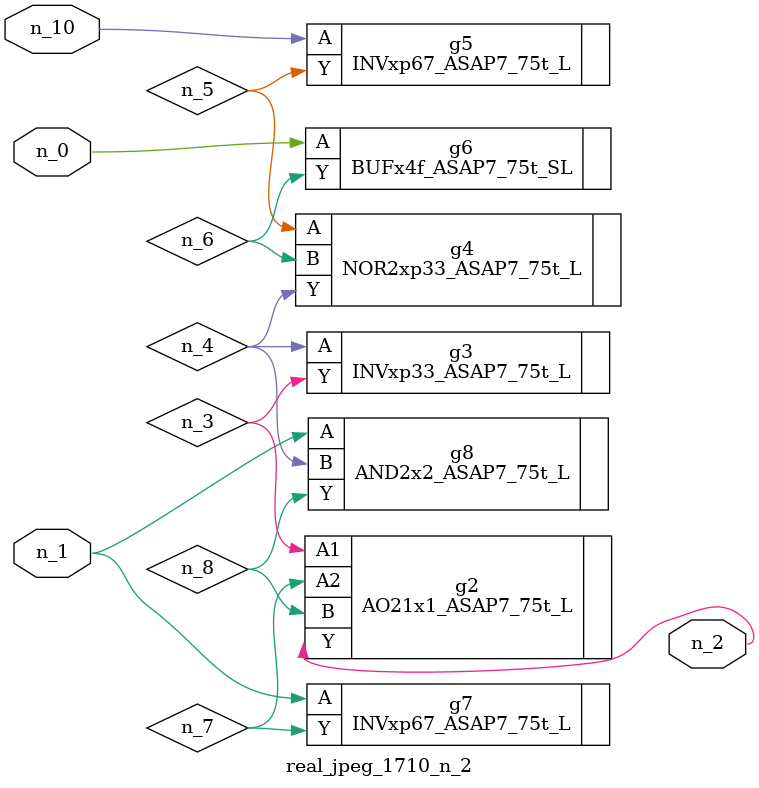
<source format=v>
module real_jpeg_1710_n_2 (n_1, n_10, n_0, n_2);

input n_1;
input n_10;
input n_0;

output n_2;

wire n_5;
wire n_4;
wire n_8;
wire n_6;
wire n_7;
wire n_3;

BUFx4f_ASAP7_75t_SL g6 ( 
.A(n_0),
.Y(n_6)
);

INVxp67_ASAP7_75t_L g7 ( 
.A(n_1),
.Y(n_7)
);

AND2x2_ASAP7_75t_L g8 ( 
.A(n_1),
.B(n_4),
.Y(n_8)
);

AO21x1_ASAP7_75t_L g2 ( 
.A1(n_3),
.A2(n_7),
.B(n_8),
.Y(n_2)
);

INVxp33_ASAP7_75t_L g3 ( 
.A(n_4),
.Y(n_3)
);

NOR2xp33_ASAP7_75t_L g4 ( 
.A(n_5),
.B(n_6),
.Y(n_4)
);

INVxp67_ASAP7_75t_L g5 ( 
.A(n_10),
.Y(n_5)
);


endmodule
</source>
